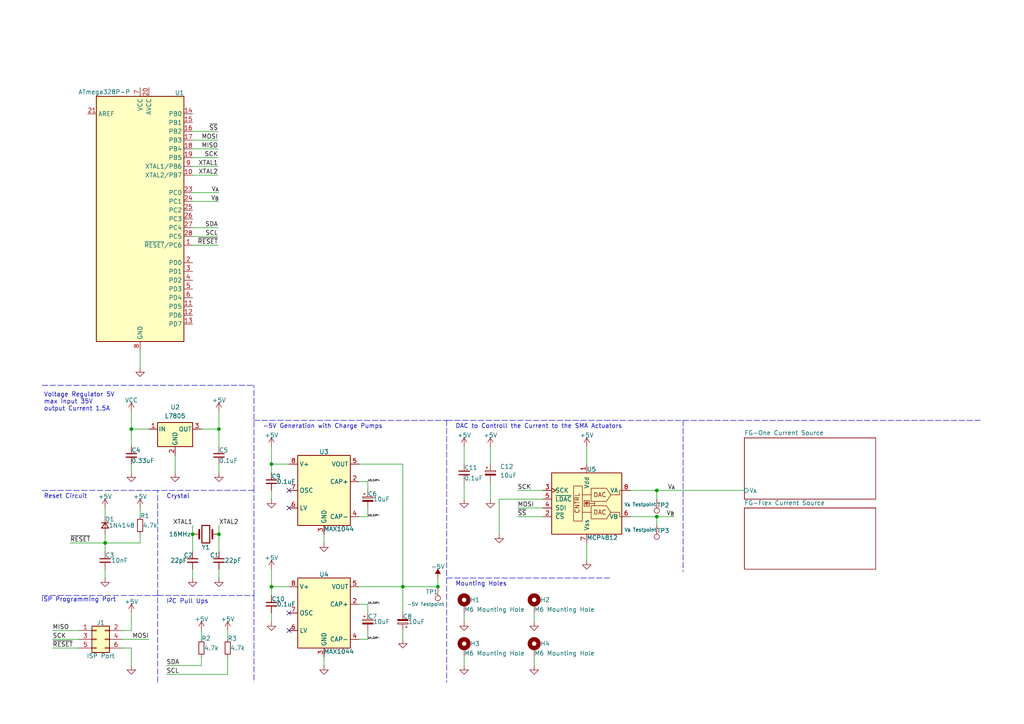
<source format=kicad_sch>
(kicad_sch (version 20230121) (generator eeschema)
  (paper "A4")
  (title_block (title "Microcontroller und Peripherie") (date "2023-11-03") (rev "0.1"))
  (lib_symbols
    (symbol "Analog_DAC:MCP4812" (pin_names (offset 1.016))
      (property "Reference" "U" (at -2.54 10.795 0))
      (property "Value" "MCP4812" (at -2.54 8.89 0))
      (symbol "MCP4812_0_0"
        (polyline (pts (xy 0 -1.778) (xy 0 -0.635)))
        (polyline (pts (xy 0.381 -0.889) (xy 0.508 -0.762)))
        (polyline (pts (xy 2.286 -1.143) (xy 2.286 -1.905)))
        (polyline (pts (xy 0.381 -0.889) (xy -0.381 -0.889) (xy -0.508 -1.016)))
        (polyline (pts (xy 0.762 -1.27) (xy 2.286 -1.27) (xy 2.286 -0.762)))
        (polyline (pts (xy 0 -0.889) (xy 0.508 -1.397) (xy -0.508 -1.397) (xy 0 -0.889)))
        (polyline (pts (xy 6.985 -3.81) (xy 9.525 -3.81) (xy 9.525 -5.08) (xy 10.16 -5.08)))
        (polyline (pts (xy 6.985 1.27) (xy 9.525 1.27) (xy 9.525 2.54) (xy 10.16 2.54)))
        (rectangle (start 0.762 -0.381) (end -0.762 -2.032))
        (text "CNTRL" (at -2.032 -4.191 900) (effects (font (size 1.27 1.27)) (justify left bottom)))
        (text "DAC" (at 3.81 -3.81 0) (effects (font (size 1.27 1.27))))
        (text "DAC" (at 3.81 1.27 0) (effects (font (size 1.27 1.27))))
      )
      (symbol "MCP4812_0_1"
        (rectangle (start -10.16 7.62) (end 10.16 -10.16) (stroke (width 0.254)) (fill (type background)))
        (rectangle (start -1.27 -6.35) (end -3.81 3.81))
        (polyline (pts (xy 1.27 -3.81) (xy -1.27 -3.81)))
        (polyline (pts (xy 1.27 1.27) (xy -1.27 1.27)))
        (polyline (pts (xy 6.985 -3.81) (xy 5.715 -1.905) (xy 1.27 -1.905) (xy 1.27 -5.715) (xy 5.715 -5.715) (xy 6.985 -3.81)))
        (polyline (pts (xy 6.985 1.27) (xy 5.715 3.175) (xy 1.27 3.175) (xy 1.27 -0.635) (xy 5.715 -0.635) (xy 6.985 1.27)))
      )
      (symbol "MCP4812_1_1"
        (pin power_in line (at 0 10.16 270) (length 2.54) (name "Vdd") (number "1"))
        (pin input line (at -12.7 -5.08 0) (length 2.54) (name "~{CS}") (number "2"))
        (pin input clock (at -12.7 2.54 0) (length 2.54) (name "SCK") (number "3"))
        (pin input line (at -12.7 -2.54 0) (length 2.54) (name "SDI") (number "4"))
        (pin input line (at -12.7 0 0) (length 2.54) (name "~{LDAC}") (number "5"))
        (pin output line (at 12.7 -5.08 180) (length 2.54) (name "VB") (number "6"))
        (pin power_in line (at 0 -12.7 90) (length 2.54) (name "Vss") (number "7"))
        (pin output line (at 12.7 2.54 180) (length 2.54) (name "VA") (number "8"))
      )
    )
    (symbol "Connector:TestPoint" (pin_numbers hide) (pin_names (offset 0.762) hide)
      (property "Reference" "TP" (at 0 6.858 0))
      (property "Value" "TestPoint" (at 0 5.08 0))
      (symbol "TestPoint_0_1"
        (circle (center 0 3.302) (radius 0.762))
      )
      (symbol "TestPoint_1_1"
        (pin passive line (at 0 0 90) (length 2.54) (name "1") (number "1"))
      )
    )
    (symbol "Connector_Generic:Conn_02x03_Odd_Even" (pin_names (offset 1.016) hide)
      (property "Reference" "J" (at 1.27 5.08 0))
      (property "Value" "Conn_02x03_Odd_Even" (at 1.27 -5.08 0))
      (symbol "Conn_02x03_Odd_Even_1_1"
        (rectangle (start -1.27 -2.413) (end 0 -2.667) (stroke (width 0.1524)))
        (rectangle (start -1.27 0.127) (end 0 -0.127) (stroke (width 0.1524)))
        (rectangle (start -1.27 2.667) (end 0 2.413) (stroke (width 0.1524)))
        (rectangle (start -1.27 3.81) (end 3.81 -3.81) (stroke (width 0.254)) (fill (type background)))
        (rectangle (start 3.81 -2.413) (end 2.54 -2.667) (stroke (width 0.1524)))
        (rectangle (start 3.81 0.127) (end 2.54 -0.127) (stroke (width 0.1524)))
        (rectangle (start 3.81 2.667) (end 2.54 2.413) (stroke (width 0.1524)))
        (pin passive line (at -5.08 2.54 0) (length 3.81) (name "Pin_1") (number "1"))
        (pin passive line (at 7.62 2.54 180) (length 3.81) (name "Pin_2") (number "2"))
        (pin passive line (at -5.08 0 0) (length 3.81) (name "Pin_3") (number "3"))
        (pin passive line (at 7.62 0 180) (length 3.81) (name "Pin_4") (number "4"))
        (pin passive line (at -5.08 -2.54 0) (length 3.81) (name "Pin_5") (number "5"))
        (pin passive line (at 7.62 -2.54 180) (length 3.81) (name "Pin_6") (number "6"))
      )
    )
    (symbol "Device:C_Polarized_Small" (pin_numbers hide) (pin_names (offset 0.254) hide)
      (property "Reference" "C" (at 0.254 1.778 0))
      (property "Value" "C_Polarized_Small" (at 0.254 -2.032 0))
      (symbol "C_Polarized_Small_0_1"
        (rectangle (start -1.524 -0.3048) (end 1.524 -0.6858) (fill (type outline)))
        (rectangle (start -1.524 0.6858) (end 1.524 0.3048))
        (polyline (pts (xy -1.27 1.524) (xy -0.762 1.524)))
        (polyline (pts (xy -1.016 1.27) (xy -1.016 1.778)))
      )
      (symbol "C_Polarized_Small_1_1"
        (pin passive line (at 0 2.54 270) (length 1.8542) (name "~") (number "1"))
        (pin passive line (at 0 -2.54 90) (length 1.8542) (name "~") (number "2"))
      )
    )
    (symbol "Device:C_Small" (pin_numbers hide) (pin_names (offset 0.254) hide)
      (property "Reference" "C" (at 0.254 1.778 0))
      (property "Value" "C_Small" (at 0.254 -2.032 0))
      (symbol "C_Small_0_1"
        (polyline (pts (xy -1.524 -0.508) (xy 1.524 -0.508)) (stroke (width 0.3302)))
        (polyline (pts (xy -1.524 0.508) (xy 1.524 0.508)) (stroke (width 0.3048)))
      )
      (symbol "C_Small_1_1"
        (pin passive line (at 0 2.54 270) (length 2.032) (name "~") (number "1"))
        (pin passive line (at 0 -2.54 90) (length 2.032) (name "~") (number "2"))
      )
    )
    (symbol "Device:Crystal" (pin_numbers hide) (pin_names (offset 1.016) hide)
      (property "Reference" "Y" (at 0 3.81 0))
      (property "Value" "Crystal" (at 0 -3.81 0))
      (symbol "Crystal_0_1"
        (rectangle (start -1.143 2.54) (end 1.143 -2.54) (stroke (width 0.3048)))
        (polyline (pts (xy -2.54 0) (xy -1.905 0)))
        (polyline (pts (xy -1.905 -1.27) (xy -1.905 1.27)) (stroke (width 0.508)))
        (polyline (pts (xy 1.905 -1.27) (xy 1.905 1.27)) (stroke (width 0.508)))
        (polyline (pts (xy 2.54 0) (xy 1.905 0)))
      )
      (symbol "Crystal_1_1"
        (pin passive line (at -3.81 0 0) (length 1.27) (name "1") (number "1"))
        (pin passive line (at 3.81 0 180) (length 1.27) (name "2") (number "2"))
      )
    )
    (symbol "Device:D_Small" (pin_numbers hide) (pin_names (offset 0.254) hide)
      (property "Reference" "D" (at -1.27 2.032 0))
      (property "Value" "D_Small" (at -3.81 -2.032 0))
      (symbol "D_Small_0_1"
        (polyline (pts (xy -0.762 -1.016) (xy -0.762 1.016)) (stroke (width 0.254)))
        (polyline (pts (xy -0.762 0) (xy 0.762 0)))
        (polyline (pts (xy 0.762 -1.016) (xy -0.762 0) (xy 0.762 1.016) (xy 0.762 -1.016)) (stroke (width 0.254)))
      )
      (symbol "D_Small_1_1"
        (pin passive line (at -2.54 0 0) (length 1.778) (name "K") (number "1"))
        (pin passive line (at 2.54 0 180) (length 1.778) (name "A") (number "2"))
      )
    )
    (symbol "Device:R_Small" (pin_numbers hide) (pin_names (offset 0.254) hide)
      (property "Reference" "R" (at 0.762 0.508 0))
      (property "Value" "R_Small" (at 0.762 -1.016 0))
      (symbol "R_Small_0_1"
        (rectangle (start -0.762 1.778) (end 0.762 -1.778) (stroke (width 0.2032)))
      )
      (symbol "R_Small_1_1"
        (pin passive line (at 0 2.54 270) (length 0.762) (name "~") (number "1"))
        (pin passive line (at 0 -2.54 90) (length 0.762) (name "~") (number "2"))
      )
    )
    (symbol "MCU_Microchip_ATmega:ATmega328P-P"
      (property "Reference" "U" (at -12.7 36.83 0))
      (property "Value" "ATmega328P-P" (at 2.54 -36.83 0))
      (symbol "ATmega328P-P_0_1"
        (rectangle (start -12.7 -35.56) (end 12.7 35.56) (stroke (width 0.254)) (fill (type background)))
      )
      (symbol "ATmega328P-P_1_1"
        (pin bidirectional line (at 15.24 -7.62 180) (length 2.54) (name "~{RESET}/PC6") (number "1"))
        (pin bidirectional line (at 15.24 12.7 180) (length 2.54) (name "XTAL2/PB7") (number "10"))
        (pin bidirectional line (at 15.24 -25.4 180) (length 2.54) (name "PD5") (number "11"))
        (pin bidirectional line (at 15.24 -27.94 180) (length 2.54) (name "PD6") (number "12"))
        (pin bidirectional line (at 15.24 -30.48 180) (length 2.54) (name "PD7") (number "13"))
        (pin bidirectional line (at 15.24 30.48 180) (length 2.54) (name "PB0") (number "14"))
        (pin bidirectional line (at 15.24 27.94 180) (length 2.54) (name "PB1") (number "15"))
        (pin bidirectional line (at 15.24 25.4 180) (length 2.54) (name "PB2") (number "16"))
        (pin bidirectional line (at 15.24 22.86 180) (length 2.54) (name "PB3") (number "17"))
        (pin bidirectional line (at 15.24 20.32 180) (length 2.54) (name "PB4") (number "18"))
        (pin bidirectional line (at 15.24 17.78 180) (length 2.54) (name "PB5") (number "19"))
        (pin bidirectional line (at 15.24 -12.7 180) (length 2.54) (name "PD0") (number "2"))
        (pin power_in line (at 2.54 38.1 270) (length 2.54) (name "AVCC") (number "20"))
        (pin passive line (at -15.24 30.48 0) (length 2.54) (name "AREF") (number "21"))
        (pin passive line (at 0 -38.1 90) (length 2.54) hide (name "GND") (number "22"))
        (pin bidirectional line (at 15.24 7.62 180) (length 2.54) (name "PC0") (number "23"))
        (pin bidirectional line (at 15.24 5.08 180) (length 2.54) (name "PC1") (number "24"))
        (pin bidirectional line (at 15.24 2.54 180) (length 2.54) (name "PC2") (number "25"))
        (pin bidirectional line (at 15.24 0 180) (length 2.54) (name "PC3") (number "26"))
        (pin bidirectional line (at 15.24 -2.54 180) (length 2.54) (name "PC4") (number "27"))
        (pin bidirectional line (at 15.24 -5.08 180) (length 2.54) (name "PC5") (number "28"))
        (pin bidirectional line (at 15.24 -15.24 180) (length 2.54) (name "PD1") (number "3"))
        (pin bidirectional line (at 15.24 -17.78 180) (length 2.54) (name "PD2") (number "4"))
        (pin bidirectional line (at 15.24 -20.32 180) (length 2.54) (name "PD3") (number "5"))
        (pin bidirectional line (at 15.24 -22.86 180) (length 2.54) (name "PD4") (number "6"))
        (pin power_in line (at 0 38.1 270) (length 2.54) (name "VCC") (number "7"))
        (pin power_in line (at 0 -38.1 90) (length 2.54) (name "GND") (number "8"))
        (pin bidirectional line (at 15.24 15.24 180) (length 2.54) (name "XTAL1/PB6") (number "9"))
      )
    )
    (symbol "Mechanical:MountingHole_Pad" (pin_numbers hide) (pin_names (offset 1.016) hide)
      (property "Reference" "H" (at 0 6.35 0))
      (property "Value" "MountingHole_Pad" (at 0 4.445 0))
      (symbol "MountingHole_Pad_0_1"
        (circle (center 0 1.27) (radius 1.27) (stroke (width 1.27)))
      )
      (symbol "MountingHole_Pad_1_1"
        (pin input line (at 0 -2.54 90) (length 2.54) (name "1") (number "1"))
      )
    )
    (symbol "Regulator_Linear:L7805" (pin_names (offset 0.254))
      (property "Reference" "U" (at -3.81 3.175 0))
      (property "Value" "L7805" (at 0 3.175 0))
      (symbol "L7805_0_1"
        (rectangle (start -5.08 1.905) (end 5.08 -5.08) (stroke (width 0.254)) (fill (type background)))
      )
      (symbol "L7805_1_1"
        (pin power_in line (at -7.62 0 0) (length 2.54) (name "IN") (number "1"))
        (pin power_in line (at 0 -7.62 90) (length 2.54) (name "GND") (number "2"))
        (pin power_out line (at 7.62 0 180) (length 2.54) (name "OUT") (number "3"))
      )
    )
    (symbol "Regulator_SwitchedCapacitor:MAX1044"
      (property "Reference" "U" (at -6.35 11.43 0))
      (property "Value" "MAX1044" (at 3.81 11.43 0))
      (symbol "MAX1044_0_1"
        (rectangle (start -7.62 10.16) (end 7.62 -10.16) (stroke (width 0.254)) (fill (type background)))
      )
      (symbol "MAX1044_1_1"
        (pin no_connect line (at -7.62 5.08 0) (length 2.54) hide (name "NC") (number "1"))
        (pin input line (at 10.16 2.54 180) (length 2.54) (name "CAP+") (number "2"))
        (pin power_in line (at 0 -12.7 90) (length 2.54) (name "GND") (number "3"))
        (pin input line (at 10.16 -7.62 180) (length 2.54) (name "CAP-") (number "4"))
        (pin power_out line (at 10.16 7.62 180) (length 2.54) (name "VOUT") (number "5"))
        (pin input line (at -10.16 -5.08 0) (length 2.54) (name "LV") (number "6"))
        (pin input line (at -10.16 0 0) (length 2.54) (name "OSC") (number "7"))
        (pin power_in line (at -10.16 7.62 0) (length 2.54) (name "V+") (number "8"))
      )
    )
    (symbol "power:+5V" (power) (pin_names (offset 0))
      (property "Value" "+5V" (at 0 3.556 0))
      (symbol "+5V_0_1"
        (polyline (pts (xy -0.762 1.27) (xy 0 2.54)))
        (polyline (pts (xy 0 0) (xy 0 2.54)))
        (polyline (pts (xy 0 2.54) (xy 0.762 1.27)))
      )
      (symbol "+5V_1_1"
        (pin power_in line (at 0 0 90) (length 0) hide (name "+5V") (number "1"))
      )
    )
    (symbol "power:-5V" (power) (pin_names (offset 0))
      (property "Value" "-5V" (at 0 3.81 0))
      (symbol "-5V_0_0"
        (pin power_in line (at 0 0 90) (length 0) hide (name "-5V") (number "1"))
      )
      (symbol "-5V_0_1"
        (polyline (pts (xy 0 0) (xy 0 1.27) (xy 0.762 1.27) (xy 0 2.54) (xy -0.762 1.27) (xy 0 1.27)) (fill (type outline)))
      )
    )
    (symbol "power:GND" (power) (pin_names (offset 0))
      (property "Value" "GND" (at 0 -3.81 0))
      (symbol "GND_0_1"
        (polyline (pts (xy 0 0) (xy 0 -1.27) (xy 1.27 -1.27) (xy 0 -2.54) (xy -1.27 -1.27) (xy 0 -1.27)))
      )
      (symbol "GND_1_1"
        (pin power_in line (at 0 0 270) (length 0) hide (name "GND") (number "1"))
      )
    )
    (symbol "power:VCC" (power) (pin_names (offset 0))
      (property "Value" "VCC" (at 0 3.81 0))
      (symbol "VCC_0_1"
        (polyline (pts (xy -0.762 1.27) (xy 0 2.54)))
        (polyline (pts (xy 0 0) (xy 0 2.54)))
        (polyline (pts (xy 0 2.54) (xy 0.762 1.27)))
      )
      (symbol "VCC_1_1"
        (pin power_in line (at 0 0 90) (length 0) hide (name "VCC") (number "1"))
      )
    )
  )
  (junction (at 116.84 170.18))
  (junction (at 78.74 170.18))
  (junction (at 63.5 124.46))
  (junction (at 30.48 157.48))
  (junction (at 38.1 124.46))
  (junction (at 63.5 154.94))
  (junction (at 55.88 154.94))
  (junction (at 190.5 142.24))
  (junction (at 190.5 149.86))
  (junction (at 78.74 134.62))
  (junction (at 127 170.18))
  (no_connect (at 83.82 182.88))
  (no_connect (at 83.82 142.24))
  (no_connect (at 83.82 147.32))
  (no_connect (at 83.82 177.8))
  (wire (pts (xy 116.84 170.18) (xy 116.84 177.8)))
  (wire (pts (xy 116.84 170.18) (xy 127 170.18)))
  (wire (pts (xy 134.62 190.5) (xy 134.62 193.04)))
  (wire (pts (xy 134.62 139.7) (xy 134.62 144.78)))
  (wire (pts (xy 154.94 177.8) (xy 154.94 180.34)))
  (wire (pts (xy 93.98 190.5) (xy 93.98 193.04)))
  (wire (pts (xy 30.48 165.1) (xy 30.48 167.64)))
  (wire (pts (xy 78.74 134.62) (xy 78.74 137.16)))
  (wire (pts (xy 150.114 142.24) (xy 157.48 142.24)))
  (wire (pts (xy 78.74 129.54) (xy 78.74 134.62)))
  (wire (pts (xy 106.68 185.42) (xy 106.68 182.88)))
  (wire (pts (xy 55.88 38.1) (xy 63.246 38.1)))
  (polyline (pts (xy 73.66 121.92) (xy 129.54 121.92)) (stroke (width 0) (type dash)))
  (polyline (pts (xy 45.72 172.72) (xy 45.72 142.24)) (stroke (width 0) (type dash)))
  (wire (pts (xy 55.88 45.72) (xy 63.246 45.72)))
  (wire (pts (xy 134.62 177.8) (xy 134.62 180.34)))
  (wire (pts (xy 63.5 165.1) (xy 63.5 167.64)))
  (wire (pts (xy 104.14 149.86) (xy 106.68 149.86)))
  (wire (pts (xy 170.18 129.54) (xy 170.18 134.62)))
  (wire (pts (xy 30.48 154.94) (xy 30.48 157.48)))
  (polyline (pts (xy 73.66 172.72) (xy 73.66 142.24)) (stroke (width 0) (type dash)))
  (polyline (pts (xy 45.72 197.866) (xy 45.72 172.72)) (stroke (width 0) (type dash)))
  (wire (pts (xy 40.64 154.94) (xy 40.64 157.48)))
  (wire (pts (xy 40.64 101.6) (xy 40.64 106.68)))
  (wire (pts (xy 63.5 134.62) (xy 63.5 137.16)))
  (wire (pts (xy 83.82 134.62) (xy 78.74 134.62)))
  (wire (pts (xy 83.82 170.18) (xy 78.74 170.18)))
  (wire (pts (xy 55.88 58.42) (xy 63.5 58.42)))
  (wire (pts (xy 58.42 182.88) (xy 58.42 185.42)))
  (wire (pts (xy 104.14 134.62) (xy 116.84 134.62)))
  (wire (pts (xy 78.74 142.24) (xy 78.74 144.78)))
  (wire (pts (xy 63.5 119.38) (xy 63.5 124.46)))
  (wire (pts (xy 116.84 134.62) (xy 116.84 170.18)))
  (wire (pts (xy 78.74 165.1) (xy 78.74 170.18)))
  (wire (pts (xy 40.64 147.32) (xy 40.64 149.86)))
  (wire (pts (xy 55.88 68.58) (xy 63.246 68.58)))
  (polyline (pts (xy 12.192 111.76) (xy 73.66 111.76)) (stroke (width 0) (type dash)))
  (wire (pts (xy 55.88 40.64) (xy 63.246 40.64)))
  (wire (pts (xy 190.5 142.24) (xy 215.9 142.24)))
  (wire (pts (xy 38.1 124.46) (xy 43.18 124.46)))
  (wire (pts (xy 104.14 170.18) (xy 116.84 170.18)))
  (wire (pts (xy 104.14 139.7) (xy 106.68 139.7)))
  (wire (pts (xy 142.24 129.54) (xy 142.24 134.62)))
  (polyline (pts (xy 198.12 121.92) (xy 198.12 165.862)) (stroke (width 0) (type dash)))
  (wire (pts (xy 38.1 177.8) (xy 38.1 182.88)))
  (wire (pts (xy 154.94 190.5) (xy 154.94 193.04)))
  (wire (pts (xy 35.56 182.88) (xy 38.1 182.88)))
  (wire (pts (xy 35.56 187.96) (xy 38.1 187.96)))
  (wire (pts (xy 63.5 152.4) (xy 63.5 154.94)))
  (wire (pts (xy 30.48 147.32) (xy 30.48 149.86)))
  (polyline (pts (xy 73.66 142.24) (xy 45.72 142.24)) (stroke (width 0) (type dash)))
  (wire (pts (xy 48.26 195.58) (xy 66.04 195.58)))
  (wire (pts (xy 66.04 182.88) (xy 66.04 185.42)))
  (wire (pts (xy 134.62 129.54) (xy 134.62 134.62)))
  (polyline (pts (xy 198.12 121.92) (xy 284.734 121.92)) (stroke (width 0) (type dash)))
  (wire (pts (xy 157.48 144.78) (xy 144.78 144.78)))
  (wire (pts (xy 55.88 152.4) (xy 55.88 154.94)))
  (wire (pts (xy 38.1 119.38) (xy 38.1 124.46)))
  (wire (pts (xy 78.74 177.8) (xy 78.74 180.34)))
  (wire (pts (xy 58.42 193.04) (xy 58.42 190.5)))
  (polyline (pts (xy 45.72 172.72) (xy 73.66 172.72)) (stroke (width 0) (type dash)))
  (wire (pts (xy 150.114 149.86) (xy 157.48 149.86)))
  (wire (pts (xy 15.24 187.96) (xy 22.86 187.96)))
  (polyline (pts (xy 12.192 142.24) (xy 45.72 142.24)) (stroke (width 0) (type dash)))
  (wire (pts (xy 78.74 170.18) (xy 78.74 172.72)))
  (polyline (pts (xy 12.192 172.72) (xy 45.72 172.72)) (stroke (width 0) (type dash)))
  (wire (pts (xy 182.88 149.86) (xy 190.5 149.86)))
  (wire (pts (xy 55.88 55.88) (xy 63.5 55.88)))
  (wire (pts (xy 170.18 157.48) (xy 170.18 162.56)))
  (wire (pts (xy 190.5 142.24) (xy 190.5 144.78)))
  (wire (pts (xy 182.88 142.24) (xy 190.5 142.24)))
  (wire (pts (xy 55.88 50.8) (xy 63.246 50.8)))
  (wire (pts (xy 63.5 124.46) (xy 58.42 124.46)))
  (wire (pts (xy 55.88 66.04) (xy 63.246 66.04)))
  (wire (pts (xy 150.114 147.32) (xy 157.48 147.32)))
  (wire (pts (xy 55.88 154.94) (xy 55.88 160.02)))
  (wire (pts (xy 144.78 144.78) (xy 144.78 154.94)))
  (wire (pts (xy 63.5 124.46) (xy 63.5 129.54)))
  (wire (pts (xy 15.24 182.88) (xy 22.86 182.88)))
  (wire (pts (xy 66.04 195.58) (xy 66.04 190.5)))
  (wire (pts (xy 55.88 71.12) (xy 63.246 71.12)))
  (wire (pts (xy 190.5 149.86) (xy 190.5 152.4)))
  (wire (pts (xy 106.68 149.86) (xy 106.68 147.32)))
  (wire (pts (xy 50.8 132.08) (xy 50.8 137.16)))
  (wire (pts (xy 93.98 154.94) (xy 93.98 157.48)))
  (wire (pts (xy 127 167.64) (xy 127 170.18)))
  (polyline (pts (xy 129.54 121.92) (xy 129.54 197.866)) (stroke (width 0) (type dash)))
  (wire (pts (xy 116.84 182.88) (xy 116.84 185.42)))
  (wire (pts (xy 190.5 149.86) (xy 195.58 149.86)))
  (wire (pts (xy 30.48 157.48) (xy 20.32 157.48)))
  (polyline (pts (xy 73.66 172.72) (xy 73.66 197.866)) (stroke (width 0) (type dash)))
  (wire (pts (xy 30.48 157.48) (xy 30.48 160.02)))
  (wire (pts (xy 38.1 187.96) (xy 38.1 193.04)))
  (wire (pts (xy 55.88 48.26) (xy 63.246 48.26)))
  (wire (pts (xy 55.88 43.18) (xy 63.246 43.18)))
  (wire (pts (xy 104.14 185.42) (xy 106.68 185.42)))
  (wire (pts (xy 40.64 157.48) (xy 30.48 157.48)))
  (wire (pts (xy 15.24 185.42) (xy 22.86 185.42)))
  (wire (pts (xy 63.5 154.94) (xy 63.5 160.02)))
  (wire (pts (xy 104.14 175.26) (xy 106.68 175.26)))
  (polyline (pts (xy 129.54 121.92) (xy 198.12 121.92)) (stroke (width 0) (type dash)))
  (polyline (pts (xy 73.66 142.24) (xy 73.66 111.76)) (stroke (width 0) (type dash)))
  (wire (pts (xy 38.1 124.46) (xy 38.1 129.54)))
  (wire (pts (xy 38.1 134.62) (xy 38.1 137.16)))
  (wire (pts (xy 48.26 193.04) (xy 58.42 193.04)))
  (wire (pts (xy 142.24 139.7) (xy 142.24 144.78)))
  (wire (pts (xy 106.68 175.26) (xy 106.68 177.8)))
  (wire (pts (xy 35.56 185.42) (xy 43.18 185.42)))
  (wire (pts (xy 106.68 139.7) (xy 106.68 142.24)))
  (polyline (pts (xy 129.54 167.64) (xy 176.784 167.64)) (stroke (width 0) (type dash)))
  (wire (pts (xy 55.88 165.1) (xy 55.88 167.64)))
  (text "Crystal" (at 48.26 144.78 0) (effects (font (size 1.27 1.27)) (justify left bottom)))
  (text "Voltage Regulator 5V\nmax Input 35V\noutput Current 1.5A" (at 12.7 119.38 0) (effects (font (size 1.27 1.27)) (justify left bottom)))
  (text "Mounting Holes" (at 132.08 170.18 0) (effects (font (size 1.27 1.27)) (justify left bottom)))
  (text "-5V Generation with Charge Pumps" (at 76.2 124.46 0) (effects (font (size 1.27 1.27)) (justify left bottom)))
  (text "DAC to Controll the Current to the SMA Actuators" (at 132.08 124.46 0) (effects (font (size 1.27 1.27)) (justify left bottom)))
  (text "ISP Programming Port" (at 11.938 174.752 0) (effects (font (size 1.27 1.27)) (justify left bottom)))
  (text "Reset Circuit" (at 12.7 144.78 0) (effects (font (size 1.27 1.27)) (justify left bottom)))
  (text "I^{2}C Pull Ups" (at 48.26 175.26 0) (effects (font (size 1.27 1.27)) (justify left bottom)))
  (label "V_{A}" (at 63.5 55.88 180))
  (label "MOSI" (at 43.18 185.42 180))
  (label "SDA" (at 63.246 66.04 180))
  (label "U4_CAP-" (at 106.68 185.42 0) (effects (font (size 0.5 0.5))))
  (label "SCK" (at 15.24 185.42 0))
  (label "~{SS}" (at 63.246 38.1 180))
  (label "XTAL2" (at 63.246 50.8 180))
  (label "XTAL1" (at 63.246 48.26 180))
  (label "MISO" (at 15.24 182.88 0))
  (label "U3_CAP+" (at 106.68 139.7 0) (effects (font (size 0.5 0.5))))
  (label "SCL" (at 63.246 68.58 180))
  (label "~{SS}" (at 150.114 149.86 0))
  (label "MOSI" (at 150.114 147.32 0))
  (label "SCL" (at 48.26 195.58 0))
  (label "MOSI" (at 63.246 40.64 180))
  (label "SDA" (at 48.26 193.04 0))
  (label "~{RESET}" (at 15.24 187.96 0))
  (label "XTAL1" (at 55.88 152.4 180))
  (label "U3_CAP-" (at 106.68 149.86 0) (effects (font (size 0.5 0.5))))
  (label "SCK" (at 150.114 142.24 0))
  (label "V_{B}" (at 63.5 58.42 180))
  (label "~{RESET}" (at 63.246 71.12 180))
  (label "SCK" (at 63.246 45.72 180))
  (label "U4_CAP+" (at 106.68 175.26 0) (effects (font (size 0.5 0.5))))
  (label "MISO" (at 63.246 43.18 180))
  (label "~{RESET}" (at 20.32 157.48 0))
  (label "V_{A}" (at 195.834 142.24 180))
  (label "V_{B}" (at 195.58 149.86 180))
  (label "XTAL2" (at 63.5 152.4 0))
  (symbol (lib_id "power:GND") (at 93.98 193.04 0) (unit 1)
    (property "Reference" "#PWR017" (effects hide))
    (property "Value" "GND" (effects hide))
  )
  (symbol (lib_id "power:GND") (at 50.8 137.16 0) (unit 1)
    (property "Reference" "#PWR011" (effects hide))
    (property "Value" "GND" (effects hide))
  )
  (symbol (lib_id "power:GND") (at 142.24 144.78 0) (unit 1)
    (property "Reference" "#PWR032" (effects hide))
    (property "Value" "GND" (effects hide))
  )
  (symbol (lib_id "Device:C_Small") (at 38.1 132.08 0) (unit 1)
    (property "Reference" "C4" (at 38.1 130.556 0) (effects (justify left)))
    (property "Value" "0.33uF" (at 38.1 133.604 0) (effects (justify left)))
    (property "Footprint" "Capacitor_THT:C_Disc_D5.1mm_W3.2mm_P5.00mm" (effects hide))
    (property "Datasheet" "https://datasheets.kyocera-avx.com/SR-Series.pdf" (effects hide))
    (property "Manufacturer" "KYOCERA AVX" (effects hide))
    (property "Part Nr. " "SR215C334KAR" (effects hide))
  )
  (symbol (lib_id "power:+5V") (at 142.24 129.54 0) (unit 1)
    (property "Reference" "#PWR031" (effects hide))
    (property "Value" "+5V" (at 142.24 126.238 0))
  )
  (symbol (lib_id "power:GND") (at 154.94 193.04 0) (unit 1)
    (property "Reference" "#PWR030" (effects hide))
    (property "Value" "GND" (effects hide))
  )
  (symbol (lib_id "power:GND") (at 154.94 180.34 0) (unit 1)
    (property "Reference" "#PWR028" (effects hide))
    (property "Value" "GND" (effects hide))
  )
  (symbol (lib_id "power:GND") (at 93.98 157.48 0) (unit 1)
    (property "Reference" "#PWR016" (effects hide))
    (property "Value" "GND" (effects hide))
  )
  (symbol (lib_id "power:GND") (at 63.5 167.64 0) (unit 1)
    (property "Reference" "#PWR010" (effects hide))
    (property "Value" "GND" (effects hide))
  )
  (symbol (lib_id "power:+5V") (at 58.42 182.88 0) (unit 1)
    (property "Reference" "#PWR08" (effects hide))
    (property "Value" "+5V" (at 58.42 179.578 0))
  )
  (symbol (lib_id "Device:C_Small") (at 78.74 175.26 0) (unit 1)
    (property "Reference" "C10" (at 78.74 173.736 0) (effects (justify left)))
    (property "Value" "0.1uF" (at 80.264 175.26 0) (effects (justify left)))
    (property "Footprint" "Capacitor_THT:C_Disc_D5.1mm_W3.2mm_P5.00mm" (effects hide))
    (property "Datasheet" "https://datasheets.kyocera-avx.com/SR-Series.pdf" (effects hide))
    (property "Part Nr. " "SR211C104KARTR1" (effects hide))
    (property "Manufacturer" "KYOCERA AVX" (effects hide))
  )
  (symbol (lib_id "Device:C_Polarized_Small") (at 106.68 144.78 0) (unit 1)
    (property "Reference" "C6" (at 106.68 143.256 0) (effects (justify left)))
    (property "Value" "10uF" (at 108.204 144.78 0) (effects (justify left)))
    (property "Footprint" "Capacitor_THT:CP_Radial_D5.0mm_P2.00mm" (effects hide))
    (property "Datasheet" "https://mm.digikey.com/Volume0/opasdata/d220001/medias/docus/2452/ECA-xxM%20Series,TypeA.pdf" (effects hide))
    (property "Manufacturer" "Panasonic Electronic Components" (effects hide))
    (property "Part Nr." "ECA-1HM100" (effects hide))
  )
  (symbol (lib_id "Regulator_SwitchedCapacitor:MAX1044") (at 93.98 142.24 0) (unit 1)
    (property "Reference" "U3" (at 93.98 131.064 0))
    (property "Value" "MAX1044" (at 98.298 153.416 0))
    (property "Footprint" "Package_DIP:DIP-8_W7.62mm" (effects hide))
    (property "Datasheet" "http://datasheets.maximintegrated.com/en/ds/ICL7660-MAX1044.pdf" (effects hide))
  )
  (symbol (lib_id "Mechanical:MountingHole_Pad") (at 154.94 187.96 0) (unit 1)
    (property "Reference" "H4" (at 156.718 186.69 0) (effects (justify left)))
    (property "Value" "M6 Mounting Hole" (at 154.94 189.484 0) (effects (justify left)))
    (property "Footprint" "MountingHole:MountingHole_6.5mm_Pad_Via" (effects hide))
  )
  (symbol (lib_id "power:GND") (at 170.18 162.56 0) (unit 1)
    (property "Reference" "#PWR033" (effects hide))
    (property "Value" "GND" (effects hide))
  )
  (symbol (lib_id "Device:C_Small") (at 55.88 162.56 0) (unit 1)
    (property "Reference" "C2" (at 54.61 161.036 0))
    (property "Value" "22pF" (at 51.816 162.56 0))
    (property "Footprint" "Capacitor_THT:C_Disc_D3.8mm_W2.6mm_P2.50mm" (effects hide))
    (property "Datasheet" "https://connect.kemet.com:7667/gateway/IntelliData-ComponentDocumentation/1.0/download/datasheet/C315C220K2G5TA7301" (effects hide))
    (property "Part Nr. " "C315C220K2G5TA7301" (effects hide))
  )
  (symbol (lib_id "Device:R_Small") (at 58.42 187.96 0) (unit 1)
    (property "Reference" "R2" (at 58.42 185.166 0) (effects (justify left)))
    (property "Value" "4.7k" (at 59.182 187.96 0) (effects (justify left)))
    (property "Footprint" "Resistor_THT:R_Axial_DIN0207_L6.3mm_D2.5mm_P10.16mm_Horizontal" (effects hide))
    (property "Datasheet" "https://www.digikey.de/de/models/1741428" (effects hide))
    (property "Part Nr." "CF14JT4K70" (effects hide))
  )
  (symbol (lib_id "power:+5V") (at 66.04 182.88 0) (unit 1)
    (property "Reference" "#PWR09" (effects hide))
    (property "Value" "+5V" (at 66.04 179.578 0))
  )
  (symbol (lib_id "power:+5V") (at 38.1 177.8 0) (unit 1)
    (property "Reference" "#PWR04" (effects hide))
    (property "Value" "+5V" (at 38.1 174.498 0))
  )
  (symbol (lib_id "power:GND") (at 63.5 137.16 0) (unit 1)
    (property "Reference" "#PWR015" (effects hide))
    (property "Value" "GND" (effects hide))
  )
  (symbol (lib_id "power:GND") (at 134.62 144.78 0) (unit 1)
    (property "Reference" "#PWR026" (effects hide))
    (property "Value" "GND" (effects hide))
  )
  (symbol (lib_id "MCU_Microchip_ATmega:ATmega328P-P") (at 40.64 63.5 0) (unit 1)
    (property "Reference" "U1" (at 52.07 26.924 0))
    (property "Value" "ATmega328P-P" (at 30.226 26.67 0))
    (property "Footprint" "Package_DIP:DIP-28_W7.62mm" (effects hide))
    (property "Datasheet" "http://ww1.microchip.com/downloads/en/DeviceDoc/ATmega328_P%20AVR%20MCU%20with%20picoPower%20Technology%20Data%20Sheet%2040001984A.pdf" (effects hide))
  )
  (symbol (lib_id "power:GND") (at 38.1 137.16 0) (unit 1)
    (property "Reference" "#PWR014" (effects hide))
    (property "Value" "GND" (effects hide))
  )
  (symbol (lib_id "power:GND") (at 38.1 193.04 0) (unit 1)
    (property "Reference" "#PWR03" (effects hide))
    (property "Value" "GND" (effects hide))
  )
  (symbol (lib_id "Device:R_Small") (at 66.04 187.96 0) (unit 1)
    (property "Reference" "R3" (at 66.04 185.166 0) (effects (justify left)))
    (property "Value" "4.7k" (at 66.802 187.96 0) (effects (justify left)))
    (property "Footprint" "Resistor_THT:R_Axial_DIN0207_L6.3mm_D2.5mm_P10.16mm_Horizontal" (effects hide))
    (property "Datasheet" "https://www.digikey.de/de/models/1741428" (effects hide))
    (property "Part Nr." "CF14JT4K70" (effects hide))
  )
  (symbol (lib_id "Device:C_Small") (at 63.5 162.56 0) (unit 1)
    (property "Reference" "C1" (at 62.23 161.036 0))
    (property "Value" "22pF" (at 67.564 162.56 0))
    (property "Footprint" "Capacitor_THT:C_Disc_D3.8mm_W2.6mm_P2.50mm" (effects hide))
    (property "Datasheet" "https://connect.kemet.com:7667/gateway/IntelliData-ComponentDocumentation/1.0/download/datasheet/C315C220K2G5TA7301" (effects hide))
    (property "Part Nr. " "C315C220K2G5TA7301" (effects hide))
  )
  (symbol (lib_id "power:+5V") (at 134.62 129.54 0) (unit 1)
    (property "Reference" "#PWR025" (effects hide))
    (property "Value" "+5V" (at 134.62 126.238 0))
  )
  (symbol (lib_id "power:-5V") (at 127 167.64 0) (unit 1)
    (property "Reference" "#PWR021" (effects hide))
    (property "Value" "-5V" (at 127 164.338 0))
  )
  (symbol (lib_id "Connector:TestPoint") (at 190.5 144.78 180) (unit 1)
    (property "Reference" "TP2" (at 190.5 146.558 0) (effects (justify right)))
    (property "Value" "V_{A} Testpoint" (at 181.102 146.304 0) (effects (font (size 1 1)) (justify right)))
    (property "Footprint" "TestPoint:TestPoint_Pad_D1.0mm" (effects hide))
  )
  (symbol (lib_id "power:GND") (at 78.74 180.34 0) (unit 1)
    (property "Reference" "#PWR023" (effects hide))
    (property "Value" "GND" (effects hide))
  )
  (symbol (lib_id "Device:C_Small") (at 63.5 132.08 0) (unit 1)
    (property "Reference" "C5" (at 63.5 130.556 0) (effects (justify left)))
    (property "Value" "0.1uF" (at 63.5 133.604 0) (effects (justify left)))
    (property "Footprint" "Capacitor_THT:C_Disc_D5.1mm_W3.2mm_P5.00mm" (effects hide))
    (property "Datasheet" "https://datasheets.kyocera-avx.com/SR-Series.pdf" (effects hide))
    (property "Part Nr. " "SR211C104KARTR1" (effects hide))
    (property "Manufacturer" "KYOCERA AVX" (effects hide))
  )
  (symbol (lib_id "power:GND") (at 134.62 193.04 0) (unit 1)
    (property "Reference" "#PWR029" (effects hide))
    (property "Value" "GND" (effects hide))
  )
  (symbol (lib_id "Device:D_Small") (at 30.48 152.4 270) (unit 1)
    (property "Reference" "D1" (at 30.48 150.622 90) (effects (justify left)))
    (property "Value" "1N4148" (at 31.496 152.4 90) (effects (justify left)))
    (property "Footprint" "Diode_THT:D_DO-35_SOD27_P7.62mm_Horizontal" (effects hide))
    (property "Datasheet" "https://www.onsemi.com/download/data-sheet/pdf/1n914-d.pdf" (effects hide))
    (property "Sim.Device" "D" (effects hide))
    (property "Sim.Pins" "1=K 2=A" (effects hide))
  )
  (symbol (lib_id "power:+5V") (at 170.18 129.54 0) (unit 1)
    (property "Reference" "#PWR024" (effects hide))
    (property "Value" "+5V" (at 170.18 126.238 0))
  )
  (symbol (lib_id "power:+5V") (at 78.74 165.1 0) (unit 1)
    (property "Reference" "#PWR019" (effects hide))
    (property "Value" "+5V" (at 78.74 161.798 0))
  )
  (symbol (lib_id "Device:C_Small") (at 30.48 162.56 0) (unit 1)
    (property "Reference" "C3" (at 30.48 161.036 0) (effects (justify left)))
    (property "Value" "10nF" (at 32.258 162.56 0) (effects (justify left)))
    (property "Footprint" "Capacitor_THT:C_Disc_D3.8mm_W2.6mm_P2.50mm" (effects hide))
    (property "Datasheet" "https://connect.kemet.com:7667/gateway/IntelliData-ComponentDocumentation/1.0/download/datasheet/C315C103K5R5TA7301" (effects hide))
    (property "Part Nr." "C315C103K5R5TA7301" (effects hide))
  )
  (symbol (lib_id "Mechanical:MountingHole_Pad") (at 134.62 175.26 0) (unit 1)
    (property "Reference" "H1" (at 136.398 173.99 0) (effects (justify left)))
    (property "Value" "M6 Mounting Hole" (at 134.62 176.784 0) (effects (justify left)))
    (property "Footprint" "MountingHole:MountingHole_6.5mm_Pad_Via" (effects hide))
  )
  (symbol (lib_id "Device:R_Small") (at 40.64 152.4 0) (unit 1)
    (property "Reference" "R1" (at 40.64 149.606 0) (effects (justify left)))
    (property "Value" "4.7k" (at 41.402 152.4 0) (effects (justify left)))
    (property "Footprint" "Resistor_THT:R_Axial_DIN0207_L6.3mm_D2.5mm_P10.16mm_Horizontal" (effects hide))
    (property "Datasheet" "https://www.digikey.de/de/models/1741428" (effects hide))
    (property "Part Nr." "CF14JT4K70" (effects hide))
  )
  (symbol (lib_id "Device:C_Polarized_Small") (at 142.24 137.16 0) (unit 1)
    (property "Reference" "C12" (at 145.034 135.3439 0) (effects (justify left)))
    (property "Value" "10uF" (at 145.034 137.8839 0) (effects (justify left)))
    (property "Footprint" "Capacitor_THT:CP_Radial_Tantal_D6.0mm_P2.50mm" (effects hide))
    (property "Datasheet" "https://datasheets.kyocera-avx.com/tap.pdf" (effects hide))
    (property "Manufacturer" "KYOCERA AVX" (effects hide))
    (property "Part Nr." "TAP106K035SRW" (effects hide))
  )
  (symbol (lib_id "power:GND") (at 40.64 106.68 0) (unit 1)
    (property "Reference" "#PWR01" (effects hide))
    (property "Value" "GND" (effects hide))
  )
  (symbol (lib_id "power:VCC") (at 38.1 119.38 0) (unit 1)
    (property "Reference" "#PWR012" (effects hide))
    (property "Value" "VCC" (at 38.1 116.078 0))
  )
  (symbol (lib_id "Connector:TestPoint") (at 190.5 152.4 180) (unit 1)
    (property "Reference" "TP3" (at 190.5 153.924 0) (effects (justify right)))
    (property "Value" "V_{B} Testpoint" (at 181.102 153.67 0) (effects (font (size 1 1)) (justify right)))
    (property "Footprint" "TestPoint:TestPoint_Pad_D1.0mm" (effects hide))
  )
  (symbol (lib_id "power:+5V") (at 78.74 129.54 0) (unit 1)
    (property "Reference" "#PWR018" (effects hide))
    (property "Value" "+5V" (at 78.74 126.238 0))
  )
  (symbol (lib_id "Analog_DAC:MCP4812") (at 170.18 144.78 0) (unit 1)
    (property "Reference" "U5" (at 170.18 136.144 0) (effects (justify left)))
    (property "Value" "MCP4812" (at 170.18 155.956 0) (effects (justify left)))
    (property "Footprint" "Package_DIP:DIP-8_W7.62mm" (effects hide))
    (property "Datasheet" "http://ww1.microchip.com/downloads/en/DeviceDoc/20002249B.pdf" (effects hide))
  )
  (symbol (lib_id "power:GND") (at 134.62 180.34 0) (unit 1)
    (property "Reference" "#PWR027" (effects hide))
    (property "Value" "GND" (effects hide))
  )
  (symbol (lib_id "power:GND") (at 116.84 185.42 0) (unit 1)
    (property "Reference" "#PWR020" (effects hide))
    (property "Value" "GND" (effects hide))
  )
  (symbol (lib_id "power:+5V") (at 63.5 119.38 0) (unit 1)
    (property "Reference" "#PWR013" (effects hide))
    (property "Value" "+5V" (at 63.5 116.078 0))
  )
  (symbol (lib_id "power:+5V") (at 40.64 147.32 0) (unit 1)
    (property "Reference" "#PWR07" (effects hide))
    (property "Value" "+5V" (at 40.64 144.018 0))
  )
  (symbol (lib_id "Connector_Generic:Conn_02x03_Odd_Even") (at 27.94 185.42 0) (unit 1)
    (property "Reference" "J1" (at 29.21 180.594 0))
    (property "Value" "ISP Port" (at 29.21 190.246 0))
    (property "Footprint" "Connector_IDC:IDC-Header_2x03_P2.54mm_Vertical" (effects hide))
    (property "Datasheet" "https://www.we-online.com/catalog/datasheet/61200621621.pdf" (effects hide))
    (property "Part Nr." "61200621621" (effects hide))
  )
  (symbol (lib_id "power:+5V") (at 30.48 147.32 0) (unit 1)
    (property "Reference" "#PWR05" (effects hide))
    (property "Value" "+5V" (at 30.48 144.018 0))
  )
  (symbol (lib_id "Regulator_SwitchedCapacitor:MAX1044") (at 93.98 177.8 0) (unit 1)
    (property "Reference" "U4" (at 93.98 166.624 0))
    (property "Value" "MAX1044" (at 98.298 188.976 0))
    (property "Footprint" "Package_DIP:DIP-8_W7.62mm" (effects hide))
    (property "Datasheet" "http://datasheets.maximintegrated.com/en/ds/ICL7660-MAX1044.pdf" (effects hide))
  )
  (symbol (lib_id "Device:C_Small") (at 134.62 137.16 0) (unit 1)
    (property "Reference" "C11" (at 134.62 135.636 0) (effects (justify left)))
    (property "Value" "0.1uF" (at 134.62 138.684 0) (effects (justify left)))
    (property "Footprint" "Capacitor_THT:C_Disc_D5.1mm_W3.2mm_P5.00mm" (effects hide))
    (property "Datasheet" "https://datasheets.kyocera-avx.com/SR-Series.pdf" (effects hide))
    (property "Part Nr. " "SR211C104KARTR1" (effects hide))
    (property "Manufacturer" "KYOCERA AVX" (effects hide))
  )
  (symbol (lib_id "Device:C_Polarized_Small") (at 106.68 180.34 0) (unit 1)
    (property "Reference" "C7" (at 106.68 178.816 0) (effects (justify left)))
    (property "Value" "10uF" (at 108.204 180.34 0) (effects (justify left)))
    (property "Footprint" "Capacitor_THT:CP_Radial_D5.0mm_P2.00mm" (effects hide))
    (property "Datasheet" "https://mm.digikey.com/Volume0/opasdata/d220001/medias/docus/2452/ECA-xxM%20Series,TypeA.pdf" (effects hide))
    (property "Manufacturer" "Panasonic Electronic Components" (effects hide))
    (property "Part Nr." "ECA-1HM100" (effects hide))
  )
  (symbol (lib_id "Mechanical:MountingHole_Pad") (at 154.94 175.26 0) (unit 1)
    (property "Reference" "H2" (at 156.718 173.99 0) (effects (justify left)))
    (property "Value" "M6 Mounting Hole" (at 154.94 176.784 0) (effects (justify left)))
    (property "Footprint" "MountingHole:MountingHole_6.5mm_Pad_Via" (effects hide))
  )
  (symbol (lib_id "Connector:TestPoint") (at 127 170.18 180) (unit 1)
    (property "Reference" "TP1" (at 123.444 171.704 0) (effects (justify right)))
    (property "Value" "-5V Testpoint" (at 118.11 175.26 0) (effects (font (size 1 1)) (justify right)))
    (property "Footprint" "TestPoint:TestPoint_Pad_D1.0mm" (effects hide))
  )
  (symbol (lib_id "power:GND") (at 30.48 167.64 0) (unit 1)
    (property "Reference" "#PWR06" (effects hide))
    (property "Value" "GND" (effects hide))
  )
  (symbol (lib_id "Device:C_Small") (at 78.74 139.7 0) (unit 1)
    (property "Reference" "C9" (at 78.74 138.176 0) (effects (justify left)))
    (property "Value" "0.1uF" (at 80.264 139.7 0) (effects (justify left)))
    (property "Footprint" "Capacitor_THT:C_Disc_D5.1mm_W3.2mm_P5.00mm" (effects hide))
    (property "Datasheet" "https://datasheets.kyocera-avx.com/SR-Series.pdf" (effects hide))
    (property "Part Nr. " "SR211C104KARTR1" (effects hide))
    (property "Manufacturer" "KYOCERA AVX" (effects hide))
  )
  (symbol (lib_id "power:GND") (at 78.74 144.78 0) (unit 1)
    (property "Reference" "#PWR022" (effects hide))
    (property "Value" "GND" (effects hide))
  )
  (symbol (lib_id "Regulator_Linear:L7805") (at 50.8 124.46 0) (unit 1)
    (property "Reference" "U2" (at 50.8 118.11 0))
    (property "Value" "L7805" (at 50.8 120.65 0))
    (property "Footprint" "Package_TO_SOT_THT:TO-220-3_Horizontal_TabDown" (effects hide))
    (property "Datasheet" "http://www.st.com/content/ccc/resource/technical/document/datasheet/41/4f/b3/b0/12/d4/47/88/CD00000444.pdf/files/CD00000444.pdf/jcr:content/translations/en.CD00000444.pdf" (effects hide))
    (property "Part Nr." "L7805CV" (effects hide))
  )
  (symbol (lib_id "Device:C_Polarized_Small") (at 116.84 180.34 180) (unit 1)
    (property "Reference" "C8" (at 116.84 178.816 0) (effects (justify right)))
    (property "Value" "10uF" (at 118.364 180.34 0) (effects (justify right)))
    (property "Footprint" "Capacitor_THT:CP_Radial_D5.0mm_P2.00mm" (effects hide))
    (property "Datasheet" "https://mm.digikey.com/Volume0/opasdata/d220001/medias/docus/2452/ECA-xxM%20Series,TypeA.pdf" (effects hide))
    (property "Manufacturer" "Panasonic Electronic Components" (effects hide))
    (property "Part Nr." "ECA-1HM100" (effects hide))
  )
  (symbol (lib_id "power:GND") (at 55.88 167.64 0) (unit 1)
    (property "Reference" "#PWR02" (effects hide))
    (property "Value" "GND" (effects hide))
  )
  (symbol (lib_id "Device:Crystal") (at 59.69 154.94 0) (unit 1)
    (property "Reference" "Y1" (at 60.96 158.75 0) (effects (justify right)))
    (property "Value" "16MHz " (at 56.388 154.94 0) (effects (justify right)))
    (property "Footprint" "Crystal:Crystal_HC49-4H_Vertical" (effects hide))
    (property "Datasheet" "https://www.ctscorp.com/wp-content/uploads/ATS-ATSSM.pdf" (effects hide))
    (property "Part Nr. " "ATS16A" (effects hide))
  )
  (symbol (lib_id "Mechanical:MountingHole_Pad") (at 134.62 187.96 0) (unit 1)
    (property "Reference" "H3" (at 136.398 186.69 0) (effects (justify left)))
    (property "Value" "M6 Mounting Hole" (at 134.62 189.484 0) (effects (justify left)))
    (property "Footprint" "MountingHole:MountingHole_6.5mm_Pad_Via" (effects hide))
  )
  (symbol (lib_id "power:GND") (at 144.78 154.94 0) (unit 1)
    (property "Reference" "#PWR034" (effects hide))
    (property "Value" "GND" (effects hide))
  )
  (sheet (at 215.9 147.32) (size 38.1 17.78) (stroke (width 0.1524))
    (property "Sheetname" "FG-Flex Current Source" (at 215.9 146.6084 0) (effects (justify left bottom)))
    (property "Sheetfile" "fg-flex_current_source.kicad_sch" (effects hide))
  )
  (sheet (at 215.9 127) (size 38.1 17.78) (stroke (width 0.1524))
    (property "Sheetname" "FG-One Current Source" (at 215.9 126.2884 0) (effects (justify left bottom)))
    (property "Sheetfile" "fg-one_current_source.kicad_sch" (effects hide))
    (pin "V_{A}" input (at 215.9 142.24 180))
  )
)
</source>
